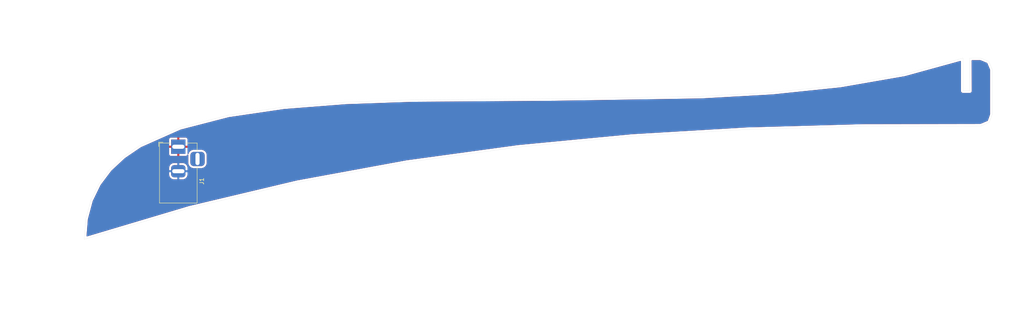
<source format=kicad_pcb>
(kicad_pcb (version 20211014) (generator pcbnew)
  (layers (0 "F.Cu" signal) (31 "B.Cu" signal) (34 "B.Paste" user) (35 "F.Paste" user) (36 "B.SilkS" user "B.Silkscreen") (37 "F.SilkS" user "F.Silkscreen") (38 "B.Mask" user) (39 "F.Mask" user) (44 "Edge.Cuts" user))
  (net 0 "")
  (net 1 "VCC")
  (net 2 "GND")
  (footprint "Connector_BarrelJack:BarrelJack_Horizontal" (layer "F.Cu") (at 63.3 108 90)
    (fp_text reference "J1" (at -8.45 5.75 90) (layer "F.SilkS"))
    (fp_text value "Barrel_Jack")
    (fp_line (start 0.9 4.6) (end -1 4.6) (layer "F.SilkS") (width 0.12))
    (fp_line (start 0.9 -4.6) (end 0.9 -2) (layer "F.SilkS") (width 0.12))
    (fp_line (start 0.9 1.9) (end 0.9 4.6) (layer "F.SilkS") (width 0.12))
    (fp_line (start -13.8 -4.6) (end 0.9 -4.6) (layer "F.SilkS") (width 0.12))
    (fp_line (start -5 4.6) (end -13.8 4.6) (layer "F.SilkS") (width 0.12))
    (fp_line (start -13.8 4.6) (end -13.8 -4.6) (layer "F.SilkS") (width 0.12))
    (fp_line (start 0.05 -4.8) (end 1.1 -4.8) (layer "F.SilkS") (width 0.12))
    (fp_line (start 1.1 -3.75) (end 1.1 -4.8) (layer "F.SilkS") (width 0.12))
    (pad "1" thru_hole rect (at 0 0 90) (size 3.5 3.5) (drill oval 1 3) (layers *.Cu *.Mask) (net 1 "VCC"))
    (pad "2" thru_hole roundrect (at -6 0 90) (size 3 3.5) (drill oval 1 3) (layers *.Cu *.Mask) (net 2 "GND"))
    (pad "3" thru_hole roundrect (at -3 4.7 90) (size 3.5 3.5) (drill oval 3 1) (layers *.Cu *.Mask))
  )
  (gr_line (start 230.939824 102.960222) (end 259.709668 102.908096) (layer "Edge.Cuts") (width 0.030999))
  (gr_line (start 261.666959 87.090427) (end 259.72503 86.27174) (layer "Edge.Cuts") (width 0.030999))
  (gr_line (start 174.326008 105.431674) (end 202.463806 103.763579) (layer "Edge.Cuts") (width 0.030999))
  (gr_line (start 257 94.3) (end 255.356527 94.3) (layer "Edge.Cuts") (width 0.030999))
  (gr_line (start 261.812163 102.02722) (end 262.485674 100.134838) (layer "Edge.Cuts") (width 0.030999))
  (gr_line (start 120.659158 96.491007) (end 104.36436 97.067966) (layer "Edge.Cuts") (width 0.030999))
  (gr_line (start 262.485646 89.02962) (end 261.666959 87.090427) (layer "Edge.Cuts") (width 0.030999))
  (gr_line (start 241.009292 90.216944) (end 225.326689 92.944982) (layer "Edge.Cuts") (width 0.030999))
  (gr_line (start 66.044854 123.021686) (end 92.385853 116.759513) (layer "Edge.Cuts") (width 0.030999))
  (gr_line (start 255.356527 86.271751) (end 241.009292 90.216944) (layer "Edge.Cuts") (width 0.030999))
  (gr_line (start 104.36436 97.067966) (end 89.230012 98.247479) (layer "Edge.Cuts") (width 0.030999))
  (gr_line (start 119.242638 111.816129) (end 146.570819 108.078023) (layer "Edge.Cuts") (width 0.030999))
  (gr_line (start 259.72503 86.27174) (end 256.952587 86.271751) (layer "Edge.Cuts") (width 0.030999))
  (gr_line (start 46.536645 113.540343) (end 43.850879 117.110761) (layer "Edge.Cuts") (width 0.030999))
  (gr_line (start 92.385853 116.759513) (end 119.242638 111.816129) (layer "Edge.Cuts") (width 0.030999))
  (gr_line (start 208.620703 94.683337) (end 191.203309 95.659465) (layer "Edge.Cuts") (width 0.030999))
  (gr_line (start 191.203309 95.659465) (end 155.482195 96.234905) (layer "Edge.Cuts") (width 0.030999))
  (gr_line (start 43.850879 117.110761) (end 41.88419 121.144579) (layer "Edge.Cuts") (width 0.030999))
  (gr_line (start 146.570819 108.078023) (end 174.326008 105.431674) (layer "Edge.Cuts") (width 0.030999))
  (gr_line (start 63.690571 103.32402) (end 53.90943 107.67598) (layer "Edge.Cuts") (width 0.030999))
  (gr_line (start 259.709668 102.908096) (end 261.812163 102.02722) (layer "Edge.Cuts") (width 0.030999))
  (gr_line (start 49.902493 110.404892) (end 46.536645 113.540343) (layer "Edge.Cuts") (width 0.030999))
  (gr_line (start 40.675578 125.670232) (end 40.264044 130.716151) (layer "Edge.Cuts") (width 0.030999))
  (gr_line (start 155.482195 96.234905) (end 120.659158 96.491007) (layer "Edge.Cuts") (width 0.030999))
  (gr_line (start 256.952587 86.271751) (end 257 94.3) (layer "Edge.Cuts") (width 0.030999))
  (gr_line (start 225.326689 92.944982) (end 208.620703 94.683337) (layer "Edge.Cuts") (width 0.030999))
  (gr_line (start 89.230012 98.247479) (end 75.568091 100.257007) (layer "Edge.Cuts") (width 0.030999))
  (gr_line (start 40.264044 130.716151) (end 66.044854 123.021686) (layer "Edge.Cuts") (width 0.030999))
  (gr_line (start 202.463806 103.763579) (end 230.939824 102.960222) (layer "Edge.Cuts") (width 0.030999))
  (gr_line (start 53.90943 107.67598) (end 49.902493 110.404892) (layer "Edge.Cuts") (width 0.030999))
  (gr_line (start 255.356527 94.3) (end 255.356527 86.271751) (layer "Edge.Cuts") (width 0.030999))
  (gr_line (start 41.88419 121.144579) (end 40.675578 125.670232) (layer "Edge.Cuts") (width 0.030999))
  (gr_line (start 75.568091 100.257007) (end 63.690571 103.32402) (layer "Edge.Cuts") (width 0.030999))
  (gr_line (start 262.485674 100.134838) (end 262.485646 89.02962) (layer "Edge.Cuts") (width 0.030999))
  (zone (net 1) (net_name "VCC") (layer "F.Cu") (connect_pads (clearance 0.508)) (min_thickness 0.254) (fill yes (thermal_gap 0.508) (thermal_bridge_width 0.508))
    (polygon (pts (xy 265.488427 143.297606) (xy 26.188427 143.197606) (xy 26.2 79) (xy 265.9 78.9)))
  )
  (zone (net 2) (net_name "GND") (layer "B.Cu") (connect_pads (clearance 0.508)) (min_thickness 0.254) (fill yes (thermal_gap 0.508) (thermal_bridge_width 0.508))
    (polygon (pts (xy 270.3 72.3) (xy 270.166365 153.235428) (xy 19.65879 152.969084) (xy 19.792425 72.033656)))
  )
)
</source>
